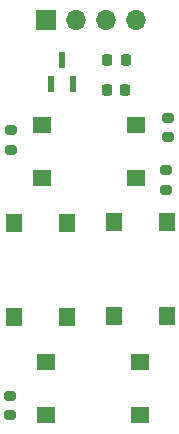
<source format=gbr>
%TF.GenerationSoftware,KiCad,Pcbnew,8.0.1*%
%TF.CreationDate,2025-01-22T19:40:40-07:00*%
%TF.ProjectId,Button,42757474-6f6e-42e6-9b69-6361645f7063,rev?*%
%TF.SameCoordinates,Original*%
%TF.FileFunction,Soldermask,Top*%
%TF.FilePolarity,Negative*%
%FSLAX46Y46*%
G04 Gerber Fmt 4.6, Leading zero omitted, Abs format (unit mm)*
G04 Created by KiCad (PCBNEW 8.0.1) date 2025-01-22 19:40:40*
%MOMM*%
%LPD*%
G01*
G04 APERTURE LIST*
G04 Aperture macros list*
%AMRoundRect*
0 Rectangle with rounded corners*
0 $1 Rounding radius*
0 $2 $3 $4 $5 $6 $7 $8 $9 X,Y pos of 4 corners*
0 Add a 4 corners polygon primitive as box body*
4,1,4,$2,$3,$4,$5,$6,$7,$8,$9,$2,$3,0*
0 Add four circle primitives for the rounded corners*
1,1,$1+$1,$2,$3*
1,1,$1+$1,$4,$5*
1,1,$1+$1,$6,$7*
1,1,$1+$1,$8,$9*
0 Add four rect primitives between the rounded corners*
20,1,$1+$1,$2,$3,$4,$5,0*
20,1,$1+$1,$4,$5,$6,$7,0*
20,1,$1+$1,$6,$7,$8,$9,0*
20,1,$1+$1,$8,$9,$2,$3,0*%
G04 Aperture macros list end*
%ADD10R,0.609600X1.320800*%
%ADD11RoundRect,0.225000X-0.225000X-0.250000X0.225000X-0.250000X0.225000X0.250000X-0.225000X0.250000X0*%
%ADD12R,1.549908X1.400048*%
%ADD13RoundRect,0.200000X0.275000X-0.200000X0.275000X0.200000X-0.275000X0.200000X-0.275000X-0.200000X0*%
%ADD14R,1.400048X1.549908*%
%ADD15R,1.700000X1.700000*%
%ADD16O,1.700000X1.700000*%
G04 APERTURE END LIST*
D10*
%TO.C,U1*%
X189619999Y-70830400D03*
X191520001Y-70830400D03*
X190570000Y-68800000D03*
%TD*%
D11*
%TO.C,C2*%
X194410001Y-71310400D03*
X195960001Y-71310400D03*
%TD*%
D12*
%TO.C,SW1*%
X188885002Y-74329999D03*
X188885002Y-78830001D03*
X196834998Y-74329999D03*
X196834998Y-78830001D03*
%TD*%
D13*
%TO.C,R3*%
X199420000Y-79770000D03*
X199420000Y-78120000D03*
%TD*%
D11*
%TO.C,C1*%
X194420001Y-68830400D03*
X195970001Y-68830400D03*
%TD*%
D14*
%TO.C,SW3*%
X194990000Y-90500000D03*
X199490002Y-90500000D03*
X194990000Y-82550004D03*
X199490002Y-82550004D03*
%TD*%
D13*
%TO.C,R2*%
X186270000Y-76390000D03*
X186270000Y-74740000D03*
%TD*%
D15*
%TO.C,J1*%
X189260000Y-65430000D03*
D16*
X191800000Y-65430000D03*
X194340000Y-65430000D03*
X196880000Y-65430000D03*
%TD*%
D13*
%TO.C,R1*%
X199580000Y-75320000D03*
X199580000Y-73670000D03*
%TD*%
D12*
%TO.C,SW4*%
X197160000Y-98890002D03*
X197160000Y-94390000D03*
X189210004Y-98890002D03*
X189210004Y-94390000D03*
%TD*%
D14*
%TO.C,SW2*%
X186529998Y-90520000D03*
X191030000Y-90520000D03*
X186529998Y-82570004D03*
X191030000Y-82570004D03*
%TD*%
D13*
%TO.C,R4*%
X186180000Y-98890000D03*
X186180000Y-97240000D03*
%TD*%
M02*

</source>
